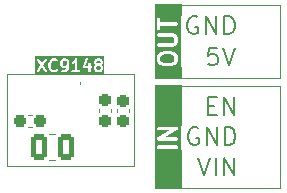
<source format=gto>
G04 #@! TF.GenerationSoftware,KiCad,Pcbnew,8.0.5*
G04 #@! TF.CreationDate,2024-09-21T11:01:10+02:00*
G04 #@! TF.ProjectId,XC9148-breakout,58433931-3438-42d6-9272-65616b6f7574,rev?*
G04 #@! TF.SameCoordinates,Original*
G04 #@! TF.FileFunction,Legend,Top*
G04 #@! TF.FilePolarity,Positive*
%FSLAX46Y46*%
G04 Gerber Fmt 4.6, Leading zero omitted, Abs format (unit mm)*
G04 Created by KiCad (PCBNEW 8.0.5) date 2024-09-21 11:01:10*
%MOMM*%
%LPD*%
G01*
G04 APERTURE LIST*
G04 Aperture macros list*
%AMRoundRect*
0 Rectangle with rounded corners*
0 $1 Rounding radius*
0 $2 $3 $4 $5 $6 $7 $8 $9 X,Y pos of 4 corners*
0 Add a 4 corners polygon primitive as box body*
4,1,4,$2,$3,$4,$5,$6,$7,$8,$9,$2,$3,0*
0 Add four circle primitives for the rounded corners*
1,1,$1+$1,$2,$3*
1,1,$1+$1,$4,$5*
1,1,$1+$1,$6,$7*
1,1,$1+$1,$8,$9*
0 Add four rect primitives between the rounded corners*
20,1,$1+$1,$2,$3,$4,$5,0*
20,1,$1+$1,$4,$5,$6,$7,0*
20,1,$1+$1,$6,$7,$8,$9,0*
20,1,$1+$1,$8,$9,$2,$3,0*%
G04 Aperture macros list end*
%ADD10C,0.200000*%
%ADD11C,0.100000*%
%ADD12C,0.000100*%
%ADD13C,0.300000*%
%ADD14C,0.187500*%
%ADD15C,0.120000*%
%ADD16C,1.700000*%
%ADD17R,1.700000X1.700000*%
%ADD18O,1.700000X1.700000*%
%ADD19RoundRect,0.250001X0.462499X0.849999X-0.462499X0.849999X-0.462499X-0.849999X0.462499X-0.849999X0*%
%ADD20RoundRect,0.237500X0.237500X-0.300000X0.237500X0.300000X-0.237500X0.300000X-0.237500X-0.300000X0*%
%ADD21RoundRect,0.237500X-0.300000X-0.237500X0.300000X-0.237500X0.300000X0.237500X-0.300000X0.237500X0*%
%ADD22R,0.350000X0.450000*%
%ADD23R,0.250000X0.450000*%
%ADD24R,1.600000X1.000000*%
%ADD25R,0.100000X0.900000*%
G04 APERTURE END LIST*
D10*
G36*
X101140437Y-57667024D02*
G01*
X101165106Y-57691692D01*
X101194911Y-57751302D01*
X101194911Y-57942183D01*
X101165106Y-58001792D01*
X101140437Y-58026460D01*
X101080828Y-58056266D01*
X100937566Y-58056266D01*
X100877956Y-58026461D01*
X100853288Y-58001792D01*
X100823483Y-57942182D01*
X100823483Y-57751302D01*
X100853288Y-57691692D01*
X100877956Y-57667023D01*
X100937566Y-57637219D01*
X101080828Y-57637219D01*
X101140437Y-57667024D01*
G37*
G36*
X103997580Y-58095595D02*
G01*
X104022249Y-58120263D01*
X104052054Y-58179873D01*
X104052054Y-58323135D01*
X104022249Y-58382743D01*
X103997580Y-58407413D01*
X103937971Y-58437219D01*
X103794709Y-58437219D01*
X103735099Y-58407414D01*
X103710432Y-58382746D01*
X103680626Y-58323134D01*
X103680626Y-58179873D01*
X103710431Y-58120263D01*
X103735099Y-58095594D01*
X103794709Y-58065790D01*
X103937971Y-58065790D01*
X103997580Y-58095595D01*
G37*
G36*
X103997580Y-57667024D02*
G01*
X104022249Y-57691692D01*
X104052054Y-57751302D01*
X104052054Y-57751707D01*
X104022249Y-57811316D01*
X103997580Y-57835984D01*
X103937971Y-57865790D01*
X103794709Y-57865790D01*
X103735099Y-57835985D01*
X103710431Y-57811316D01*
X103680626Y-57751706D01*
X103680626Y-57751302D01*
X103710431Y-57691692D01*
X103735099Y-57667023D01*
X103794709Y-57637219D01*
X103937971Y-57637219D01*
X103997580Y-57667024D01*
G37*
G36*
X104363165Y-58748330D02*
G01*
X98512372Y-58748330D01*
X98512372Y-57537114D01*
X98623483Y-57537114D01*
X98631055Y-57575391D01*
X98640278Y-57592689D01*
X98936631Y-58037219D01*
X98640278Y-58481749D01*
X98631055Y-58499047D01*
X98623483Y-58537324D01*
X98631135Y-58575584D01*
X98652846Y-58608004D01*
X98685311Y-58629647D01*
X98723588Y-58637219D01*
X98761848Y-58629567D01*
X98794268Y-58607856D01*
X98806688Y-58592689D01*
X99056816Y-58217496D01*
X99306944Y-58592689D01*
X99319364Y-58607856D01*
X99351784Y-58629567D01*
X99390044Y-58637219D01*
X99428321Y-58629647D01*
X99460786Y-58608004D01*
X99482497Y-58575584D01*
X99490149Y-58537324D01*
X99482577Y-58499047D01*
X99473354Y-58481749D01*
X99177000Y-58037219D01*
X99224619Y-57965790D01*
X99623483Y-57965790D01*
X99623483Y-58108647D01*
X99623818Y-58112049D01*
X99623601Y-58113508D01*
X99624680Y-58120805D01*
X99625404Y-58128156D01*
X99625968Y-58129519D01*
X99626469Y-58132901D01*
X99674088Y-58323376D01*
X99674601Y-58324813D01*
X99674653Y-58325536D01*
X99677761Y-58333660D01*
X99680683Y-58341837D01*
X99681113Y-58342417D01*
X99681659Y-58343844D01*
X99729278Y-58439082D01*
X99734560Y-58447474D01*
X99735573Y-58449918D01*
X99737829Y-58452667D01*
X99739721Y-58455672D01*
X99741715Y-58457401D01*
X99748010Y-58465071D01*
X99843248Y-58560311D01*
X99858401Y-58572747D01*
X99861720Y-58574122D01*
X99864436Y-58576477D01*
X99882336Y-58584468D01*
X100025193Y-58632087D01*
X100034865Y-58634286D01*
X100037307Y-58635298D01*
X100040844Y-58635646D01*
X100044308Y-58636434D01*
X100046942Y-58636246D01*
X100056816Y-58637219D01*
X100152054Y-58637219D01*
X100161927Y-58636246D01*
X100164561Y-58636434D01*
X100168024Y-58635646D01*
X100171563Y-58635298D01*
X100174005Y-58634286D01*
X100183677Y-58632087D01*
X100326533Y-58584468D01*
X100344434Y-58576477D01*
X100347149Y-58574122D01*
X100350469Y-58572747D01*
X100365622Y-58560310D01*
X100413241Y-58512690D01*
X100425678Y-58497537D01*
X100440609Y-58461488D01*
X100440608Y-58422470D01*
X100425677Y-58386422D01*
X100398086Y-58358832D01*
X100362038Y-58343901D01*
X100323020Y-58343902D01*
X100286972Y-58358833D01*
X100271818Y-58371270D01*
X100240891Y-58402197D01*
X100135827Y-58437219D01*
X100073042Y-58437219D01*
X99967977Y-58402197D01*
X99900907Y-58335127D01*
X99865453Y-58264218D01*
X99823483Y-58096337D01*
X99823483Y-57978100D01*
X99865453Y-57810218D01*
X99900906Y-57739312D01*
X99967978Y-57672240D01*
X100073042Y-57637219D01*
X100135827Y-57637219D01*
X100240892Y-57672240D01*
X100271819Y-57703167D01*
X100286972Y-57715604D01*
X100323021Y-57730535D01*
X100362039Y-57730535D01*
X100368896Y-57727695D01*
X100623483Y-57727695D01*
X100623483Y-57965790D01*
X100625404Y-57985299D01*
X100626779Y-57988619D01*
X100627034Y-57992203D01*
X100634040Y-58010511D01*
X100681659Y-58105749D01*
X100686944Y-58114145D01*
X100687955Y-58116585D01*
X100690208Y-58119331D01*
X100692102Y-58122339D01*
X100694096Y-58124068D01*
X100700391Y-58131739D01*
X100748010Y-58179357D01*
X100755676Y-58185649D01*
X100757409Y-58187647D01*
X100760417Y-58189540D01*
X100763163Y-58191794D01*
X100765603Y-58192804D01*
X100774000Y-58198090D01*
X100869237Y-58245709D01*
X100887546Y-58252715D01*
X100891129Y-58252969D01*
X100894450Y-58254345D01*
X100913959Y-58256266D01*
X101104435Y-58256266D01*
X101123944Y-58254345D01*
X101127264Y-58252969D01*
X101130848Y-58252715D01*
X101149156Y-58245709D01*
X101158769Y-58240902D01*
X101154479Y-58258064D01*
X101074342Y-58378269D01*
X101045199Y-58407413D01*
X100985590Y-58437219D01*
X100818721Y-58437219D01*
X100799212Y-58439140D01*
X100763164Y-58454072D01*
X100735574Y-58481662D01*
X100720642Y-58517710D01*
X100720642Y-58556728D01*
X100735574Y-58592776D01*
X100763164Y-58620366D01*
X100799212Y-58635298D01*
X100818721Y-58637219D01*
X101009197Y-58637219D01*
X101028706Y-58635298D01*
X101032026Y-58633922D01*
X101035610Y-58633668D01*
X101053918Y-58626662D01*
X101149156Y-58579043D01*
X101157551Y-58573758D01*
X101159993Y-58572747D01*
X101162740Y-58570491D01*
X101165746Y-58568600D01*
X101167476Y-58566605D01*
X101175146Y-58560310D01*
X101222765Y-58512690D01*
X101222807Y-58512637D01*
X101222839Y-58512617D01*
X101228978Y-58505119D01*
X101235202Y-58497537D01*
X101235216Y-58497501D01*
X101235259Y-58497450D01*
X101330497Y-58354593D01*
X101336239Y-58343823D01*
X101337711Y-58341837D01*
X101338549Y-58339491D01*
X101339720Y-58337295D01*
X101340199Y-58334871D01*
X101344306Y-58323377D01*
X101391925Y-58132901D01*
X101392425Y-58129519D01*
X101392990Y-58128156D01*
X101393713Y-58120805D01*
X101394793Y-58113508D01*
X101394575Y-58112049D01*
X101394911Y-58108647D01*
X101394911Y-57810426D01*
X101576649Y-57810426D01*
X101579415Y-57849346D01*
X101596864Y-57884245D01*
X101626341Y-57909809D01*
X101663357Y-57922148D01*
X101702277Y-57919382D01*
X101720585Y-57912376D01*
X101815823Y-57864757D01*
X101824219Y-57859471D01*
X101826659Y-57858461D01*
X101829405Y-57856207D01*
X101832413Y-57854314D01*
X101834142Y-57852319D01*
X101841813Y-57846025D01*
X101861578Y-57826260D01*
X101861578Y-58437219D01*
X101675864Y-58437219D01*
X101656355Y-58439140D01*
X101620307Y-58454072D01*
X101592717Y-58481662D01*
X101577785Y-58517710D01*
X101577785Y-58556728D01*
X101592717Y-58592776D01*
X101620307Y-58620366D01*
X101656355Y-58635298D01*
X101675864Y-58637219D01*
X102247292Y-58637219D01*
X102266801Y-58635298D01*
X102302849Y-58620366D01*
X102330439Y-58592776D01*
X102345371Y-58556728D01*
X102345371Y-58517710D01*
X102330439Y-58481662D01*
X102302849Y-58454072D01*
X102266801Y-58439140D01*
X102247292Y-58437219D01*
X102061578Y-58437219D01*
X102061578Y-58191378D01*
X102529030Y-58191378D01*
X102530166Y-58207362D01*
X102530166Y-58223394D01*
X102531541Y-58226714D01*
X102531796Y-58230298D01*
X102538963Y-58244633D01*
X102545098Y-58259442D01*
X102547638Y-58261982D01*
X102549246Y-58265197D01*
X102561357Y-58275701D01*
X102572688Y-58287032D01*
X102576006Y-58288406D01*
X102578722Y-58290762D01*
X102593931Y-58295831D01*
X102608736Y-58301964D01*
X102613836Y-58302466D01*
X102615738Y-58303100D01*
X102618371Y-58302912D01*
X102628245Y-58303885D01*
X103004435Y-58303885D01*
X103004435Y-58537219D01*
X103006356Y-58556728D01*
X103021288Y-58592776D01*
X103048878Y-58620366D01*
X103084926Y-58635298D01*
X103123944Y-58635298D01*
X103159992Y-58620366D01*
X103187582Y-58592776D01*
X103202514Y-58556728D01*
X103204435Y-58537219D01*
X103204435Y-58303885D01*
X103247292Y-58303885D01*
X103266801Y-58301964D01*
X103302849Y-58287032D01*
X103330439Y-58259442D01*
X103345371Y-58223394D01*
X103345371Y-58184376D01*
X103330439Y-58148328D01*
X103302849Y-58120738D01*
X103266801Y-58105806D01*
X103247292Y-58103885D01*
X103204435Y-58103885D01*
X103204435Y-57870552D01*
X103202514Y-57851043D01*
X103187582Y-57814995D01*
X103159992Y-57787405D01*
X103123944Y-57772473D01*
X103084926Y-57772473D01*
X103048878Y-57787405D01*
X103021288Y-57814995D01*
X103006356Y-57851043D01*
X103004435Y-57870552D01*
X103004435Y-58103885D01*
X102766987Y-58103885D01*
X102892384Y-57727695D01*
X103480626Y-57727695D01*
X103480626Y-57775314D01*
X103482547Y-57794823D01*
X103483922Y-57798143D01*
X103484177Y-57801727D01*
X103491183Y-57820035D01*
X103538802Y-57915273D01*
X103544087Y-57923669D01*
X103545098Y-57926109D01*
X103547351Y-57928855D01*
X103549245Y-57931863D01*
X103551239Y-57933592D01*
X103557534Y-57941263D01*
X103582061Y-57965790D01*
X103557534Y-57990317D01*
X103551239Y-57997987D01*
X103549245Y-57999717D01*
X103547351Y-58002724D01*
X103545098Y-58005471D01*
X103544087Y-58007910D01*
X103538802Y-58016307D01*
X103491183Y-58111545D01*
X103484177Y-58129853D01*
X103483922Y-58133436D01*
X103482547Y-58136757D01*
X103480626Y-58156266D01*
X103480626Y-58346742D01*
X103482547Y-58366251D01*
X103483922Y-58369571D01*
X103484177Y-58373155D01*
X103491183Y-58391463D01*
X103538802Y-58486701D01*
X103544085Y-58495093D01*
X103545097Y-58497537D01*
X103547353Y-58500286D01*
X103549245Y-58503291D01*
X103551239Y-58505020D01*
X103557534Y-58512690D01*
X103605152Y-58560310D01*
X103612820Y-58566603D01*
X103614552Y-58568600D01*
X103617560Y-58570493D01*
X103620306Y-58572747D01*
X103622746Y-58573757D01*
X103631143Y-58579043D01*
X103726380Y-58626662D01*
X103744689Y-58633668D01*
X103748272Y-58633922D01*
X103751593Y-58635298D01*
X103771102Y-58637219D01*
X103961578Y-58637219D01*
X103981087Y-58635298D01*
X103984407Y-58633922D01*
X103987991Y-58633668D01*
X104006299Y-58626662D01*
X104101537Y-58579043D01*
X104109932Y-58573758D01*
X104112374Y-58572747D01*
X104115121Y-58570491D01*
X104118127Y-58568600D01*
X104119857Y-58566605D01*
X104127527Y-58560310D01*
X104175146Y-58512690D01*
X104181438Y-58505023D01*
X104183435Y-58503292D01*
X104185328Y-58500284D01*
X104187583Y-58497537D01*
X104188594Y-58495095D01*
X104193878Y-58486701D01*
X104241497Y-58391464D01*
X104248503Y-58373155D01*
X104248757Y-58369571D01*
X104250133Y-58366251D01*
X104252054Y-58346742D01*
X104252054Y-58156266D01*
X104250133Y-58136757D01*
X104248757Y-58133436D01*
X104248503Y-58129853D01*
X104241497Y-58111544D01*
X104193878Y-58016307D01*
X104188592Y-58007910D01*
X104187582Y-58005470D01*
X104185328Y-58002724D01*
X104183435Y-57999716D01*
X104181437Y-57997983D01*
X104175145Y-57990317D01*
X104150618Y-57965790D01*
X104175145Y-57941263D01*
X104181437Y-57933596D01*
X104183435Y-57931864D01*
X104185328Y-57928855D01*
X104187582Y-57926110D01*
X104188592Y-57923669D01*
X104193878Y-57915273D01*
X104241497Y-57820036D01*
X104248503Y-57801727D01*
X104248757Y-57798143D01*
X104250133Y-57794823D01*
X104252054Y-57775314D01*
X104252054Y-57727695D01*
X104250133Y-57708186D01*
X104248757Y-57704865D01*
X104248503Y-57701282D01*
X104241497Y-57682973D01*
X104193878Y-57587736D01*
X104188592Y-57579339D01*
X104187582Y-57576899D01*
X104185328Y-57574153D01*
X104183435Y-57571145D01*
X104181437Y-57569412D01*
X104175145Y-57561746D01*
X104127527Y-57514127D01*
X104119856Y-57507832D01*
X104118127Y-57505838D01*
X104115119Y-57503944D01*
X104112373Y-57501691D01*
X104109933Y-57500680D01*
X104101537Y-57495395D01*
X104006299Y-57447776D01*
X103987991Y-57440770D01*
X103984407Y-57440515D01*
X103981087Y-57439140D01*
X103961578Y-57437219D01*
X103771102Y-57437219D01*
X103751593Y-57439140D01*
X103748272Y-57440515D01*
X103744689Y-57440770D01*
X103726380Y-57447776D01*
X103631143Y-57495395D01*
X103622746Y-57500680D01*
X103620306Y-57501691D01*
X103617560Y-57503944D01*
X103614552Y-57505838D01*
X103612819Y-57507835D01*
X103605153Y-57514128D01*
X103557534Y-57561746D01*
X103551239Y-57569416D01*
X103549245Y-57571146D01*
X103547351Y-57574153D01*
X103545098Y-57576900D01*
X103544087Y-57579339D01*
X103538802Y-57587736D01*
X103491183Y-57682974D01*
X103484177Y-57701282D01*
X103483922Y-57704865D01*
X103482547Y-57708186D01*
X103480626Y-57727695D01*
X102892384Y-57727695D01*
X102961208Y-57521223D01*
X102965555Y-57502108D01*
X102962789Y-57463188D01*
X102945339Y-57428289D01*
X102915863Y-57402724D01*
X102878847Y-57390385D01*
X102839927Y-57393152D01*
X102805028Y-57410601D01*
X102779463Y-57440077D01*
X102771472Y-57457978D01*
X102533377Y-58172262D01*
X102531177Y-58181933D01*
X102530166Y-58184376D01*
X102530166Y-58186382D01*
X102529030Y-58191378D01*
X102061578Y-58191378D01*
X102061578Y-57537219D01*
X102061571Y-57537148D01*
X102061578Y-57537114D01*
X102061557Y-57537012D01*
X102059657Y-57517710D01*
X102055867Y-57508561D01*
X102053926Y-57498854D01*
X102048474Y-57490713D01*
X102044725Y-57481662D01*
X102037725Y-57474662D01*
X102032215Y-57466434D01*
X102024060Y-57460997D01*
X102017135Y-57454072D01*
X102007991Y-57450284D01*
X101999750Y-57444790D01*
X101990136Y-57442888D01*
X101981087Y-57439140D01*
X101971186Y-57439140D01*
X101961474Y-57437219D01*
X101951869Y-57439140D01*
X101942069Y-57439140D01*
X101932920Y-57442929D01*
X101923213Y-57444871D01*
X101915072Y-57450322D01*
X101906021Y-57454072D01*
X101899021Y-57461071D01*
X101890793Y-57466582D01*
X101878504Y-57481588D01*
X101878431Y-57481662D01*
X101878417Y-57481694D01*
X101878373Y-57481749D01*
X101788629Y-57616365D01*
X101711865Y-57693128D01*
X101631143Y-57733490D01*
X101614552Y-57743933D01*
X101588988Y-57773410D01*
X101576649Y-57810426D01*
X101394911Y-57810426D01*
X101394911Y-57727695D01*
X101392990Y-57708186D01*
X101391614Y-57704865D01*
X101391360Y-57701282D01*
X101384354Y-57682973D01*
X101336735Y-57587736D01*
X101331449Y-57579339D01*
X101330439Y-57576899D01*
X101328185Y-57574153D01*
X101326292Y-57571145D01*
X101324294Y-57569412D01*
X101318002Y-57561746D01*
X101270384Y-57514127D01*
X101262713Y-57507832D01*
X101260984Y-57505838D01*
X101257976Y-57503944D01*
X101255230Y-57501691D01*
X101252790Y-57500680D01*
X101244394Y-57495395D01*
X101149156Y-57447776D01*
X101130848Y-57440770D01*
X101127264Y-57440515D01*
X101123944Y-57439140D01*
X101104435Y-57437219D01*
X100913959Y-57437219D01*
X100894450Y-57439140D01*
X100891129Y-57440515D01*
X100887546Y-57440770D01*
X100869237Y-57447776D01*
X100774000Y-57495395D01*
X100765603Y-57500680D01*
X100763163Y-57501691D01*
X100760417Y-57503944D01*
X100757409Y-57505838D01*
X100755676Y-57507835D01*
X100748010Y-57514128D01*
X100700391Y-57561746D01*
X100694096Y-57569416D01*
X100692102Y-57571146D01*
X100690208Y-57574153D01*
X100687955Y-57576900D01*
X100686944Y-57579339D01*
X100681659Y-57587736D01*
X100634040Y-57682974D01*
X100627034Y-57701282D01*
X100626779Y-57704865D01*
X100625404Y-57708186D01*
X100623483Y-57727695D01*
X100368896Y-57727695D01*
X100398087Y-57715604D01*
X100425677Y-57688014D01*
X100440608Y-57651966D01*
X100440608Y-57612948D01*
X100425677Y-57576899D01*
X100413240Y-57561746D01*
X100365622Y-57514127D01*
X100350468Y-57501691D01*
X100347149Y-57500316D01*
X100344434Y-57497961D01*
X100326533Y-57489970D01*
X100183677Y-57442351D01*
X100174005Y-57440151D01*
X100171563Y-57439140D01*
X100168024Y-57438791D01*
X100164561Y-57438004D01*
X100161927Y-57438191D01*
X100152054Y-57437219D01*
X100056816Y-57437219D01*
X100046942Y-57438191D01*
X100044308Y-57438004D01*
X100040844Y-57438791D01*
X100037307Y-57439140D01*
X100034865Y-57440151D01*
X100025193Y-57442351D01*
X99882336Y-57489970D01*
X99864436Y-57497961D01*
X99861720Y-57500316D01*
X99858402Y-57501691D01*
X99843248Y-57514127D01*
X99748010Y-57609365D01*
X99741715Y-57617035D01*
X99739721Y-57618765D01*
X99737827Y-57621772D01*
X99735574Y-57624519D01*
X99734563Y-57626958D01*
X99729278Y-57635355D01*
X99681659Y-57730593D01*
X99681113Y-57732019D01*
X99680683Y-57732600D01*
X99677761Y-57740776D01*
X99674653Y-57748901D01*
X99674601Y-57749623D01*
X99674088Y-57751061D01*
X99626469Y-57941536D01*
X99625968Y-57944917D01*
X99625404Y-57946281D01*
X99624680Y-57953631D01*
X99623601Y-57960929D01*
X99623818Y-57962387D01*
X99623483Y-57965790D01*
X99224619Y-57965790D01*
X99473354Y-57592689D01*
X99482577Y-57575391D01*
X99490149Y-57537114D01*
X99482497Y-57498854D01*
X99460786Y-57466434D01*
X99428321Y-57444791D01*
X99390044Y-57437219D01*
X99351784Y-57444871D01*
X99319364Y-57466582D01*
X99306944Y-57481749D01*
X99056816Y-57856941D01*
X98806688Y-57481749D01*
X98794268Y-57466582D01*
X98761848Y-57444871D01*
X98723588Y-57437219D01*
X98685311Y-57444791D01*
X98652846Y-57466434D01*
X98631135Y-57498854D01*
X98623483Y-57537114D01*
X98512372Y-57537114D01*
X98512372Y-57279274D01*
X104363165Y-57279274D01*
X104363165Y-58748330D01*
G37*
D11*
X96160000Y-58790000D02*
X106900000Y-58790000D01*
X106900000Y-66570000D01*
X96160000Y-66570000D01*
X96160000Y-58790000D01*
D12*
X108635000Y-65180000D02*
X110825000Y-65180000D01*
X110825000Y-68455000D01*
X108635000Y-68455000D01*
X108635000Y-65180000D01*
G36*
X108635000Y-65180000D02*
G01*
X110825000Y-65180000D01*
X110825000Y-68455000D01*
X108635000Y-68455000D01*
X108635000Y-65180000D01*
G37*
X108635000Y-59710000D02*
X110825000Y-59710000D01*
X110825000Y-63085000D01*
X108635000Y-63085000D01*
X108635000Y-59710000D01*
G36*
X108635000Y-59710000D02*
G01*
X110825000Y-59710000D01*
X110825000Y-63085000D01*
X108635000Y-63085000D01*
X108635000Y-59710000D01*
G37*
X108635000Y-58190000D02*
X110825000Y-58190000D01*
X110825000Y-59135000D01*
X108635000Y-59135000D01*
X108635000Y-58190000D01*
G36*
X108635000Y-58190000D02*
G01*
X110825000Y-58190000D01*
X110825000Y-59135000D01*
X108635000Y-59135000D01*
X108635000Y-58190000D01*
G37*
X108635000Y-52860000D02*
X110825000Y-52860000D01*
X110825000Y-53805000D01*
X108635000Y-53805000D01*
X108635000Y-52860000D01*
G36*
X108635000Y-52860000D02*
G01*
X110825000Y-52860000D01*
X110825000Y-53805000D01*
X108635000Y-53805000D01*
X108635000Y-52860000D01*
G37*
D13*
G36*
X110767129Y-65287514D02*
G01*
X108634527Y-65287514D01*
X108634527Y-64941583D01*
X108803710Y-64941583D01*
X108803710Y-65000111D01*
X108826108Y-65054183D01*
X108867492Y-65095567D01*
X108921564Y-65117965D01*
X108950828Y-65120847D01*
X110450828Y-65120847D01*
X110480092Y-65117965D01*
X110534164Y-65095567D01*
X110575548Y-65054183D01*
X110597946Y-65000111D01*
X110597946Y-64941583D01*
X110575548Y-64887511D01*
X110534164Y-64846127D01*
X110480092Y-64823729D01*
X110450828Y-64820847D01*
X108950828Y-64820847D01*
X108921564Y-64823729D01*
X108867492Y-64846127D01*
X108826108Y-64887511D01*
X108803710Y-64941583D01*
X108634527Y-64941583D01*
X108634527Y-64246084D01*
X108801194Y-64246084D01*
X108803710Y-64265875D01*
X108803710Y-64285825D01*
X108807369Y-64294658D01*
X108808575Y-64304144D01*
X108818473Y-64321466D01*
X108826108Y-64339897D01*
X108832868Y-64346657D01*
X108837613Y-64354960D01*
X108853384Y-64367173D01*
X108867492Y-64381281D01*
X108876327Y-64384940D01*
X108883887Y-64390795D01*
X108903131Y-64396043D01*
X108921564Y-64403679D01*
X108936530Y-64405152D01*
X108940351Y-64406195D01*
X108943302Y-64405819D01*
X108950828Y-64406561D01*
X110450828Y-64406561D01*
X110480092Y-64403679D01*
X110534164Y-64381281D01*
X110575548Y-64339897D01*
X110597946Y-64285825D01*
X110597946Y-64227297D01*
X110575548Y-64173225D01*
X110534164Y-64131841D01*
X110480092Y-64109443D01*
X110450828Y-64106561D01*
X109515662Y-64106561D01*
X110525249Y-63529654D01*
X110531416Y-63525276D01*
X110534164Y-63524138D01*
X110536963Y-63521338D01*
X110549227Y-63512633D01*
X110561442Y-63496859D01*
X110575548Y-63482754D01*
X110579206Y-63473920D01*
X110585063Y-63466359D01*
X110590312Y-63447110D01*
X110597946Y-63428682D01*
X110597946Y-63419120D01*
X110600462Y-63409895D01*
X110597946Y-63390103D01*
X110597946Y-63370154D01*
X110594286Y-63361320D01*
X110593081Y-63351835D01*
X110583182Y-63334512D01*
X110575548Y-63316082D01*
X110568787Y-63309321D01*
X110564043Y-63301019D01*
X110548271Y-63288805D01*
X110534164Y-63274698D01*
X110525328Y-63271038D01*
X110517769Y-63265184D01*
X110498524Y-63259935D01*
X110480092Y-63252300D01*
X110465127Y-63250826D01*
X110461306Y-63249784D01*
X110458354Y-63250159D01*
X110450828Y-63249418D01*
X108950828Y-63249418D01*
X108921564Y-63252300D01*
X108867492Y-63274698D01*
X108826108Y-63316082D01*
X108803710Y-63370154D01*
X108803710Y-63428682D01*
X108826108Y-63482754D01*
X108867492Y-63524138D01*
X108921564Y-63546536D01*
X108950828Y-63549418D01*
X109885993Y-63549418D01*
X108876407Y-64126325D01*
X108870239Y-64130702D01*
X108867492Y-64131841D01*
X108864692Y-64134640D01*
X108852429Y-64143346D01*
X108840215Y-64159117D01*
X108826108Y-64173225D01*
X108822448Y-64182060D01*
X108816594Y-64189620D01*
X108811345Y-64208864D01*
X108803710Y-64227297D01*
X108803710Y-64236859D01*
X108801194Y-64246084D01*
X108634527Y-64246084D01*
X108634527Y-63082751D01*
X110767129Y-63082751D01*
X110767129Y-65287514D01*
G37*
G36*
X110159854Y-57161648D02*
G01*
X110256121Y-57257915D01*
X110300828Y-57347327D01*
X110300828Y-57562222D01*
X110256122Y-57651635D01*
X110159854Y-57747902D01*
X109932364Y-57804775D01*
X109469292Y-57804775D01*
X109241801Y-57747902D01*
X109145535Y-57651636D01*
X109100828Y-57562222D01*
X109100828Y-57347328D01*
X109145535Y-57257914D01*
X109241801Y-57161648D01*
X109469292Y-57104775D01*
X109932363Y-57104775D01*
X110159854Y-57161648D01*
G37*
G36*
X110767495Y-58271442D02*
G01*
X108634161Y-58271442D01*
X108634161Y-57311918D01*
X108800828Y-57311918D01*
X108800828Y-57597632D01*
X108803710Y-57626896D01*
X108805771Y-57631873D01*
X108806154Y-57637251D01*
X108816664Y-57664714D01*
X108888093Y-57807572D01*
X108896020Y-57820165D01*
X108897536Y-57823825D01*
X108900917Y-57827944D01*
X108903758Y-57832458D01*
X108906751Y-57835054D01*
X108916191Y-57846556D01*
X109059048Y-57989413D01*
X109081778Y-58008068D01*
X109092083Y-58012336D01*
X109101043Y-58018975D01*
X109128734Y-58028868D01*
X109414448Y-58100296D01*
X109419519Y-58101045D01*
X109421564Y-58101893D01*
X109432586Y-58102978D01*
X109443537Y-58104598D01*
X109445724Y-58104272D01*
X109450828Y-58104775D01*
X109950828Y-58104775D01*
X109955931Y-58104272D01*
X109958119Y-58104598D01*
X109969069Y-58102978D01*
X109980092Y-58101893D01*
X109982136Y-58101045D01*
X109987208Y-58100296D01*
X110272922Y-58028868D01*
X110300613Y-58018975D01*
X110309573Y-58012335D01*
X110319877Y-58008068D01*
X110342608Y-57989413D01*
X110485466Y-57846556D01*
X110494906Y-57835052D01*
X110497900Y-57832457D01*
X110500738Y-57827947D01*
X110504121Y-57823826D01*
X110505638Y-57820163D01*
X110513564Y-57807571D01*
X110584993Y-57664713D01*
X110595502Y-57637250D01*
X110595883Y-57631874D01*
X110597946Y-57626896D01*
X110600828Y-57597632D01*
X110600828Y-57311918D01*
X110597946Y-57282654D01*
X110595883Y-57277675D01*
X110595502Y-57272300D01*
X110584992Y-57244837D01*
X110513564Y-57101979D01*
X110505638Y-57089388D01*
X110504121Y-57085725D01*
X110500735Y-57081599D01*
X110497899Y-57077094D01*
X110494909Y-57074501D01*
X110485466Y-57062995D01*
X110342608Y-56920138D01*
X110319877Y-56901483D01*
X110309573Y-56897215D01*
X110300613Y-56890576D01*
X110272922Y-56880683D01*
X109987209Y-56809254D01*
X109982136Y-56808503D01*
X109980092Y-56807657D01*
X109969070Y-56806571D01*
X109958119Y-56804952D01*
X109955931Y-56805277D01*
X109950828Y-56804775D01*
X109450828Y-56804775D01*
X109445724Y-56805277D01*
X109443536Y-56804952D01*
X109432583Y-56806571D01*
X109421564Y-56807657D01*
X109419519Y-56808503D01*
X109414447Y-56809254D01*
X109128733Y-56880683D01*
X109101042Y-56890576D01*
X109092081Y-56897215D01*
X109081778Y-56901483D01*
X109059048Y-56920138D01*
X108916191Y-57062995D01*
X108906751Y-57074496D01*
X108903758Y-57077093D01*
X108900917Y-57081606D01*
X108897536Y-57085726D01*
X108896020Y-57089385D01*
X108888093Y-57101979D01*
X108816664Y-57244836D01*
X108806155Y-57272299D01*
X108805773Y-57277673D01*
X108803710Y-57282654D01*
X108800828Y-57311918D01*
X108634161Y-57311918D01*
X108634161Y-55425511D01*
X108803710Y-55425511D01*
X108803710Y-55484039D01*
X108826108Y-55538111D01*
X108867492Y-55579495D01*
X108921564Y-55601893D01*
X108950828Y-55604775D01*
X110129704Y-55604775D01*
X110219116Y-55649480D01*
X110256121Y-55686485D01*
X110300828Y-55775898D01*
X110300828Y-55990793D01*
X110256122Y-56080205D01*
X110219118Y-56117210D01*
X110129704Y-56161918D01*
X108950828Y-56161918D01*
X108921564Y-56164800D01*
X108867492Y-56187198D01*
X108826108Y-56228582D01*
X108803710Y-56282654D01*
X108803710Y-56341182D01*
X108826108Y-56395254D01*
X108867492Y-56436638D01*
X108921564Y-56459036D01*
X108950828Y-56461918D01*
X110165114Y-56461918D01*
X110194378Y-56459036D01*
X110199358Y-56456972D01*
X110204733Y-56456591D01*
X110232196Y-56446082D01*
X110375053Y-56374653D01*
X110387648Y-56366724D01*
X110391305Y-56365210D01*
X110395422Y-56361830D01*
X110399939Y-56358988D01*
X110402536Y-56355993D01*
X110414036Y-56346556D01*
X110485465Y-56275128D01*
X110494904Y-56263625D01*
X110497900Y-56261028D01*
X110500741Y-56256513D01*
X110504120Y-56252397D01*
X110505635Y-56248738D01*
X110513564Y-56236142D01*
X110584993Y-56093284D01*
X110595502Y-56065821D01*
X110595883Y-56060445D01*
X110597946Y-56055467D01*
X110600828Y-56026203D01*
X110600828Y-55740489D01*
X110597946Y-55711225D01*
X110595883Y-55706246D01*
X110595502Y-55700871D01*
X110584992Y-55673408D01*
X110513564Y-55530550D01*
X110505637Y-55517958D01*
X110504121Y-55514297D01*
X110500737Y-55510174D01*
X110497899Y-55505665D01*
X110494907Y-55503070D01*
X110485466Y-55491566D01*
X110414037Y-55420137D01*
X110402535Y-55410697D01*
X110399939Y-55407704D01*
X110395425Y-55404863D01*
X110391306Y-55401482D01*
X110387646Y-55399966D01*
X110375053Y-55392039D01*
X110232196Y-55320611D01*
X110204732Y-55310101D01*
X110199356Y-55309719D01*
X110194378Y-55307657D01*
X110165114Y-55304775D01*
X108950828Y-55304775D01*
X108921564Y-55307657D01*
X108867492Y-55330055D01*
X108826108Y-55371439D01*
X108803710Y-55425511D01*
X108634161Y-55425511D01*
X108634161Y-54097632D01*
X108800828Y-54097632D01*
X108800828Y-54954774D01*
X108803710Y-54984038D01*
X108826108Y-55038110D01*
X108867492Y-55079494D01*
X108921564Y-55101892D01*
X108980092Y-55101892D01*
X109034164Y-55079494D01*
X109075548Y-55038110D01*
X109097946Y-54984038D01*
X109100828Y-54954774D01*
X109100828Y-54676203D01*
X110450828Y-54676203D01*
X110480092Y-54673321D01*
X110534164Y-54650923D01*
X110575548Y-54609539D01*
X110597946Y-54555467D01*
X110597946Y-54496939D01*
X110575548Y-54442867D01*
X110534164Y-54401483D01*
X110480092Y-54379085D01*
X110450828Y-54376203D01*
X109100828Y-54376203D01*
X109100828Y-54097632D01*
X109097946Y-54068368D01*
X109075548Y-54014296D01*
X109034164Y-53972912D01*
X108980092Y-53950514D01*
X108921564Y-53950514D01*
X108867492Y-53972912D01*
X108826108Y-54014296D01*
X108803710Y-54068368D01*
X108800828Y-54097632D01*
X108634161Y-54097632D01*
X108634161Y-53783847D01*
X110767495Y-53783847D01*
X110767495Y-58271442D01*
G37*
D11*
X110800000Y-59755000D02*
X119240000Y-59755000D01*
X119240000Y-68410000D01*
X110800000Y-68410000D01*
X110800000Y-59755000D01*
X110810000Y-52910000D02*
X119230000Y-52910000D01*
X119230000Y-59080000D01*
X110810000Y-59080000D01*
X110810000Y-52910000D01*
D14*
X112306212Y-65856678D02*
X112806212Y-67356678D01*
X112806212Y-67356678D02*
X113306212Y-65856678D01*
X113806211Y-67356678D02*
X113806211Y-65856678D01*
X114520497Y-67356678D02*
X114520497Y-65856678D01*
X114520497Y-65856678D02*
X115377640Y-67356678D01*
X115377640Y-67356678D02*
X115377640Y-65856678D01*
X112306212Y-63368107D02*
X112163355Y-63296678D01*
X112163355Y-63296678D02*
X111949069Y-63296678D01*
X111949069Y-63296678D02*
X111734783Y-63368107D01*
X111734783Y-63368107D02*
X111591926Y-63510964D01*
X111591926Y-63510964D02*
X111520497Y-63653821D01*
X111520497Y-63653821D02*
X111449069Y-63939535D01*
X111449069Y-63939535D02*
X111449069Y-64153821D01*
X111449069Y-64153821D02*
X111520497Y-64439535D01*
X111520497Y-64439535D02*
X111591926Y-64582392D01*
X111591926Y-64582392D02*
X111734783Y-64725250D01*
X111734783Y-64725250D02*
X111949069Y-64796678D01*
X111949069Y-64796678D02*
X112091926Y-64796678D01*
X112091926Y-64796678D02*
X112306212Y-64725250D01*
X112306212Y-64725250D02*
X112377640Y-64653821D01*
X112377640Y-64653821D02*
X112377640Y-64153821D01*
X112377640Y-64153821D02*
X112091926Y-64153821D01*
X113020497Y-64796678D02*
X113020497Y-63296678D01*
X113020497Y-63296678D02*
X113877640Y-64796678D01*
X113877640Y-64796678D02*
X113877640Y-63296678D01*
X114591926Y-64796678D02*
X114591926Y-63296678D01*
X114591926Y-63296678D02*
X114949069Y-63296678D01*
X114949069Y-63296678D02*
X115163355Y-63368107D01*
X115163355Y-63368107D02*
X115306212Y-63510964D01*
X115306212Y-63510964D02*
X115377641Y-63653821D01*
X115377641Y-63653821D02*
X115449069Y-63939535D01*
X115449069Y-63939535D02*
X115449069Y-64153821D01*
X115449069Y-64153821D02*
X115377641Y-64439535D01*
X115377641Y-64439535D02*
X115306212Y-64582392D01*
X115306212Y-64582392D02*
X115163355Y-64725250D01*
X115163355Y-64725250D02*
X114949069Y-64796678D01*
X114949069Y-64796678D02*
X114591926Y-64796678D01*
X113160497Y-61470964D02*
X113660497Y-61470964D01*
X113874783Y-62256678D02*
X113160497Y-62256678D01*
X113160497Y-62256678D02*
X113160497Y-60756678D01*
X113160497Y-60756678D02*
X113874783Y-60756678D01*
X114517640Y-62256678D02*
X114517640Y-60756678D01*
X114517640Y-60756678D02*
X115374783Y-62256678D01*
X115374783Y-62256678D02*
X115374783Y-60756678D01*
X113904783Y-56536678D02*
X113190497Y-56536678D01*
X113190497Y-56536678D02*
X113119069Y-57250964D01*
X113119069Y-57250964D02*
X113190497Y-57179535D01*
X113190497Y-57179535D02*
X113333355Y-57108107D01*
X113333355Y-57108107D02*
X113690497Y-57108107D01*
X113690497Y-57108107D02*
X113833355Y-57179535D01*
X113833355Y-57179535D02*
X113904783Y-57250964D01*
X113904783Y-57250964D02*
X113976212Y-57393821D01*
X113976212Y-57393821D02*
X113976212Y-57750964D01*
X113976212Y-57750964D02*
X113904783Y-57893821D01*
X113904783Y-57893821D02*
X113833355Y-57965250D01*
X113833355Y-57965250D02*
X113690497Y-58036678D01*
X113690497Y-58036678D02*
X113333355Y-58036678D01*
X113333355Y-58036678D02*
X113190497Y-57965250D01*
X113190497Y-57965250D02*
X113119069Y-57893821D01*
X114404783Y-56536678D02*
X114904783Y-58036678D01*
X114904783Y-58036678D02*
X115404783Y-56536678D01*
X112246212Y-53978107D02*
X112103355Y-53906678D01*
X112103355Y-53906678D02*
X111889069Y-53906678D01*
X111889069Y-53906678D02*
X111674783Y-53978107D01*
X111674783Y-53978107D02*
X111531926Y-54120964D01*
X111531926Y-54120964D02*
X111460497Y-54263821D01*
X111460497Y-54263821D02*
X111389069Y-54549535D01*
X111389069Y-54549535D02*
X111389069Y-54763821D01*
X111389069Y-54763821D02*
X111460497Y-55049535D01*
X111460497Y-55049535D02*
X111531926Y-55192392D01*
X111531926Y-55192392D02*
X111674783Y-55335250D01*
X111674783Y-55335250D02*
X111889069Y-55406678D01*
X111889069Y-55406678D02*
X112031926Y-55406678D01*
X112031926Y-55406678D02*
X112246212Y-55335250D01*
X112246212Y-55335250D02*
X112317640Y-55263821D01*
X112317640Y-55263821D02*
X112317640Y-54763821D01*
X112317640Y-54763821D02*
X112031926Y-54763821D01*
X112960497Y-55406678D02*
X112960497Y-53906678D01*
X112960497Y-53906678D02*
X113817640Y-55406678D01*
X113817640Y-55406678D02*
X113817640Y-53906678D01*
X114531926Y-55406678D02*
X114531926Y-53906678D01*
X114531926Y-53906678D02*
X114889069Y-53906678D01*
X114889069Y-53906678D02*
X115103355Y-53978107D01*
X115103355Y-53978107D02*
X115246212Y-54120964D01*
X115246212Y-54120964D02*
X115317641Y-54263821D01*
X115317641Y-54263821D02*
X115389069Y-54549535D01*
X115389069Y-54549535D02*
X115389069Y-54763821D01*
X115389069Y-54763821D02*
X115317641Y-55049535D01*
X115317641Y-55049535D02*
X115246212Y-55192392D01*
X115246212Y-55192392D02*
X115103355Y-55335250D01*
X115103355Y-55335250D02*
X114889069Y-55406678D01*
X114889069Y-55406678D02*
X114531926Y-55406678D01*
D15*
X100218752Y-63820000D02*
X99696248Y-63820000D01*
X100218752Y-66040000D02*
X99696248Y-66040000D01*
X105430000Y-62028767D02*
X105430000Y-61736233D01*
X106450000Y-62028767D02*
X106450000Y-61736233D01*
X97923733Y-62280000D02*
X98216267Y-62280000D01*
X97923733Y-63300000D02*
X98216267Y-63300000D01*
X103910000Y-62023767D02*
X103910000Y-61731233D01*
X104930000Y-62023767D02*
X104930000Y-61731233D01*
D11*
X102310000Y-59495000D02*
X102310000Y-59495000D01*
X102310000Y-59595000D02*
X102310000Y-59595000D01*
X102310000Y-59495000D02*
G75*
G02*
X102310000Y-59595000I0J-50000D01*
G01*
X102310000Y-59595000D02*
G75*
G02*
X102310000Y-59495000I0J50000D01*
G01*
%LPC*%
D16*
X117410000Y-66630000D03*
D17*
X117410000Y-64090000D03*
D18*
X117410000Y-61550000D03*
D16*
X117410000Y-57280000D03*
D17*
X117410000Y-54740000D03*
D19*
X101120000Y-64930000D03*
X98795000Y-64930000D03*
D20*
X105940000Y-62745000D03*
X105940000Y-61020000D03*
D21*
X97207500Y-62790000D03*
X98932500Y-62790000D03*
D20*
X104420000Y-62740000D03*
X104420000Y-61015000D03*
D22*
X102260000Y-60320000D03*
D23*
X101710000Y-60320000D03*
X101210000Y-60320000D03*
X101210000Y-62270000D03*
X101710000Y-62270000D03*
X102210000Y-62270000D03*
D24*
X101710000Y-61295000D03*
D25*
X102560000Y-61295000D03*
X100860000Y-61295000D03*
%LPD*%
M02*

</source>
